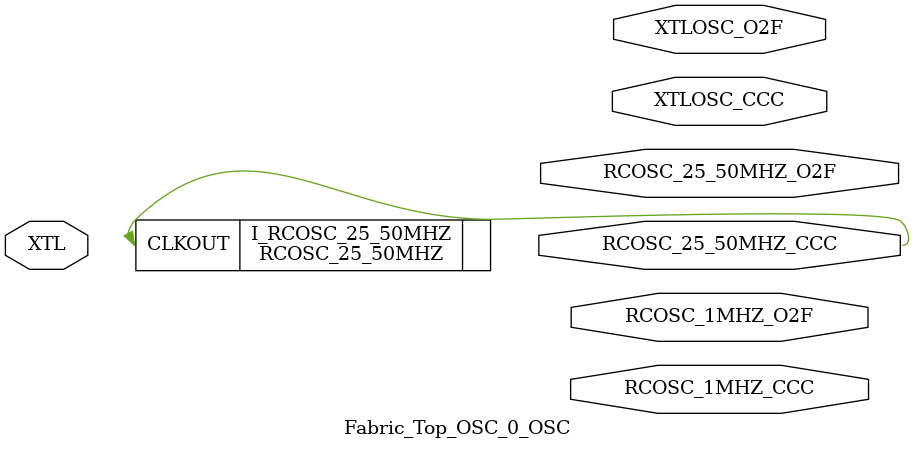
<source format=v>
`timescale 1 ns/100 ps


module Fabric_Top_OSC_0_OSC(
       XTL,
       RCOSC_25_50MHZ_CCC,
       RCOSC_25_50MHZ_O2F,
       RCOSC_1MHZ_CCC,
       RCOSC_1MHZ_O2F,
       XTLOSC_CCC,
       XTLOSC_O2F
    );
input  XTL;
output RCOSC_25_50MHZ_CCC;
output RCOSC_25_50MHZ_O2F;
output RCOSC_1MHZ_CCC;
output RCOSC_1MHZ_O2F;
output XTLOSC_CCC;
output XTLOSC_O2F;

    
    RCOSC_25_50MHZ #( .FREQUENCY(50.0) )  I_RCOSC_25_50MHZ (.CLKOUT(
        RCOSC_25_50MHZ_CCC));
    
endmodule

</source>
